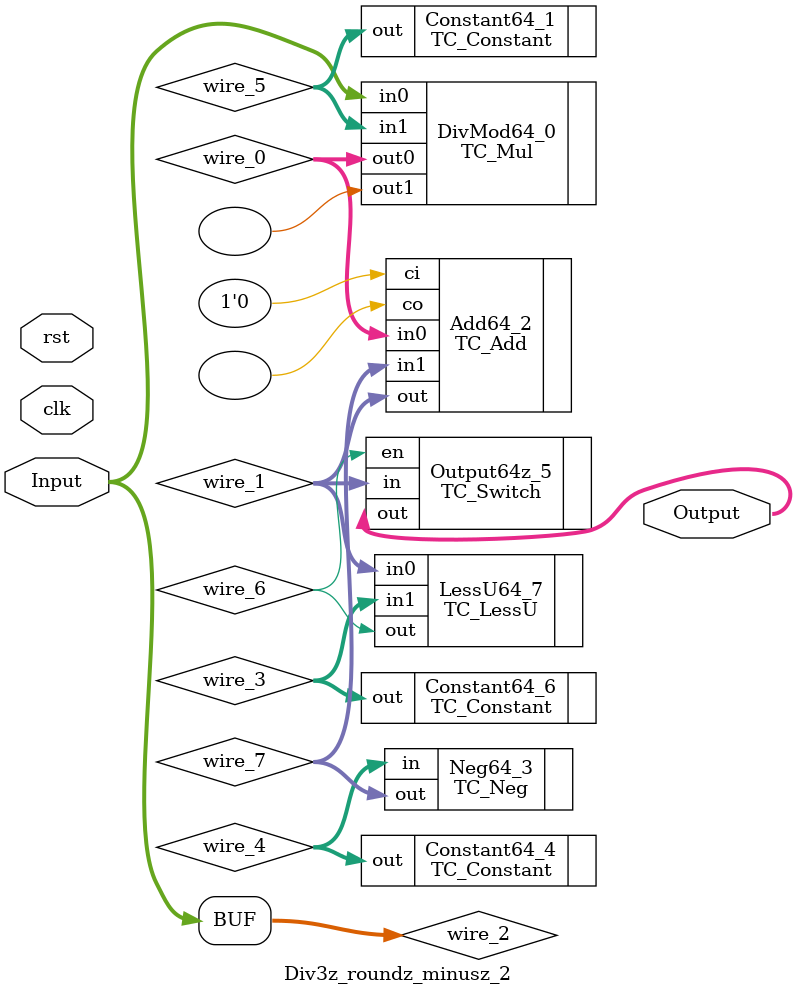
<source format=v>
module Div3z_roundz_minusz_2 (clk, rst, Input, Output);
  parameter UUID = 0;
  parameter NAME = "";
  input wire clk;
  input wire rst;

  input  wire [63:0] Input;
  output  wire [63:0] Output;

  TC_Mul # (.UUID(64'd3364514865364429339 ^ UUID), .BIT_WIDTH(64'd64)) DivMod64_0 (.in0(wire_2), .in1(wire_5), .out0(wire_0), .out1());
  TC_Constant # (.UUID(64'd4445812604238147585 ^ UUID), .BIT_WIDTH(64'd64), .value(64'h3)) Constant64_1 (.out(wire_5));
  TC_Add # (.UUID(64'd4555725251490577679 ^ UUID), .BIT_WIDTH(64'd64)) Add64_2 (.in0(wire_0), .in1(wire_7), .ci(1'd0), .out(wire_1), .co());
  TC_Neg # (.UUID(64'd1183156964557316822 ^ UUID), .BIT_WIDTH(64'd64)) Neg64_3 (.in(wire_4), .out(wire_7));
  TC_Constant # (.UUID(64'd4390973507027762957 ^ UUID), .BIT_WIDTH(64'd64), .value(64'h2)) Constant64_4 (.out(wire_4));
  TC_Switch # (.UUID(64'd3295356273189743515 ^ UUID), .BIT_WIDTH(64'd64)) Output64z_5 (.en(wire_6), .in(wire_1), .out(Output));
  TC_Constant # (.UUID(64'd1681789967463892744 ^ UUID), .BIT_WIDTH(64'd64), .value(64'hFFFFFFFFFFFFFFFE)) Constant64_6 (.out(wire_3));
  TC_LessU # (.UUID(64'd250401650295717136 ^ UUID), .BIT_WIDTH(64'd64)) LessU64_7 (.in0(wire_1), .in1(wire_3), .out(wire_6));

  wire [63:0] wire_0;
  wire [63:0] wire_1;
  wire [63:0] wire_2;
  assign wire_2 = Input;
  wire [63:0] wire_3;
  wire [63:0] wire_4;
  wire [63:0] wire_5;
  wire [0:0] wire_6;
  wire [63:0] wire_7;

endmodule

</source>
